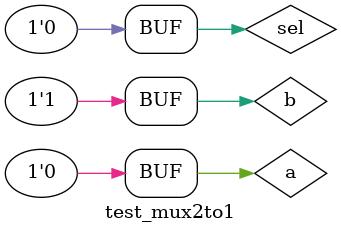
<source format=v>
`timescale 1ns / 1ps


module test_mux2to1;

	// Inputs
	reg a, b, sel;
	
	// Outputs
	wire out;

	// Instantiate the Unit Under Test (UUT)
	mux2to1 uut (
		sel, a, b, out
	);

	initial begin
		// Initialize Inputs

		// Wait 100 ns for global reset to finish
		$monitor("a = %b, b = %b, sel = %b, out = %b", a, b, sel, out);
		#1 a = 1'b1; b = 1'b0; sel = 1'b1;
		#1 a = 1'b1; b = 1'b0; sel = 1'b0;
		#1 a = 1'b0; b = 1'b1; sel = 1'b1;
		#1 a = 1'b0; b = 1'b1; sel = 1'b0;
	 
		// Add stimulus here
	end
      
endmodule


</source>
